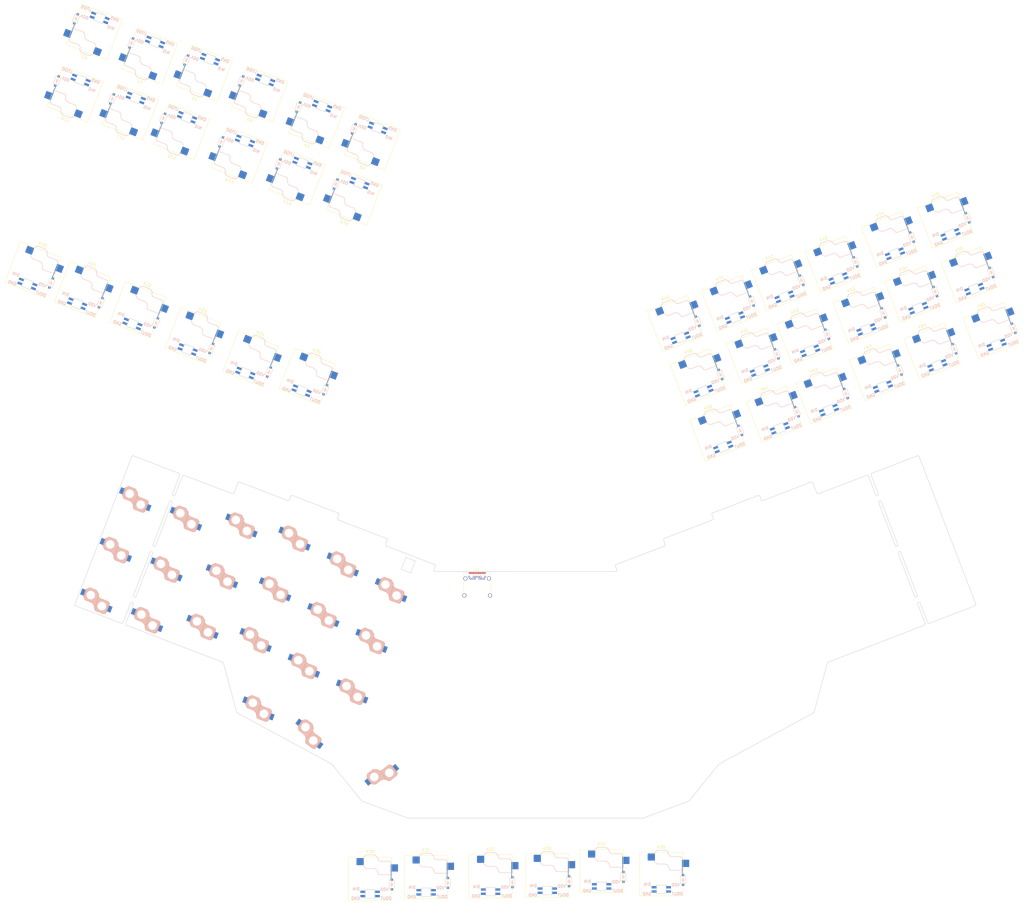
<source format=kicad_pcb>
(kicad_pcb (version 20211014) (generator pcbnew)
  (title_block (title "Corne Chocolate") (date "2018-11-17") (rev "2.1") (company "foostan"))
  (layers (0 "F.Cu" signal) (31 "B.Cu" signal) (34 "B.Paste" user) (35 "F.Paste" user) (36 "B.SilkS" user "B.Silkscreen") (37 "F.SilkS" user "F.Silkscreen") (38 "B.Mask" user) (39 "F.Mask" user) (44 "Edge.Cuts" user))
  (net 0 "")
  (net 1 "row0")
  (net 2 "Net-(D1-Pad2)")
  (net 3 "row1")
  (net 4 "Net-(D2-Pad2)")
  (net 5 "row2")
  (net 6 "Net-(D3-Pad2)")
  (net 7 "row3")
  (net 8 "Net-(D4-Pad2)")
  (net 9 "Net-(D5-Pad2)")
  (net 10 "Net-(D6-Pad2)")
  (net 11 "Net-(D7-Pad2)")
  (net 12 "Net-(D8-Pad2)")
  (net 13 "Net-(D9-Pad2)")
  (net 14 "Net-(D10-Pad2)")
  (net 15 "Net-(D11-Pad2)")
  (net 16 "Net-(D12-Pad2)")
  (net 17 "Net-(D13-Pad2)")
  (net 18 "Net-(D14-Pad2)")
  (net 19 "Net-(D15-Pad2)")
  (net 20 "Net-(D16-Pad2)")
  (net 21 "Net-(D17-Pad2)")
  (net 22 "Net-(D18-Pad2)")
  (net 23 "Net-(D19-Pad2)")
  (net 24 "Net-(D20-Pad2)")
  (net 25 "Net-(D21-Pad2)")
  (net 26 "GND")
  (net 27 "VCC")
  (net 28 "col0")
  (net 29 "col1")
  (net 30 "col2")
  (net 31 "col3")
  (net 32 "col4")
  (net 33 "col5")
  (net 34 "LED")
  (net 35 "Net-(J1-PadA1)")
  (net 39 "Net-(J1-PadA6)")
  (net 40 "Net-(J1-PadA7)")
  (net 50 "Net-(K0-Pad5)")
  (net 51 "Net-(K1-Pad5)")
  (net 52 "Net-(K2-Pad5)")
  (net 53 "Net-(K3-Pad5)")
  (net 54 "row4")
  (net 55 "Net-(K4-Pad5)")
  (net 56 "row5")
  (net 57 "Net-(K15-Pad2)")
  (net 58 "Net-(K10-Pad2)")
  (net 59 "Net-(K10-Pad5)")
  (net 60 "Net-(K11-Pad2)")
  (net 61 "Net-(K12-Pad2)")
  (net 62 "Net-(K13-Pad2)")
  (net 63 "Net-(K14-Pad2)")
  (net 64 "Net-(K20-Pad5)")
  (net 65 "Net-(K21-Pad5)")
  (net 66 "Net-(K22-Pad5)")
  (net 67 "Net-(K23-Pad5)")
  (net 68 "Net-(K24-Pad5)")
  (net 69 "Net-(K25-Pad5)")
  (net 70 "Net-(K30-Pad2)")
  (net 71 "Net-(K30-Pad5)")
  (net 72 "Net-(K31-Pad2)")
  (net 73 "Net-(K32-Pad2)")
  (net 74 "Net-(K33-Pad2)")
  (net 75 "Net-(K34-Pad2)")
  (net 76 "Net-(K40-Pad5)")
  (net 77 "Net-(K41-Pad5)")
  (net 78 "Net-(K42-Pad5)")
  (net 79 "Net-(K43-Pad5)")
  (net 80 "Net-(K44-Pad5)")
  (net 81 "Net-(K45-Pad5)")
  (net 82 "Net-(K50-Pad2)")
  (net 83 "Net-(K50-Pad5)")
  (net 84 "Net-(K51-Pad2)")
  (net 85 "Net-(K52-Pad2)")
  (net 86 "Net-(K53-Pad2)")
  (net 87 "Net-(K54-Pad2)")
  (net 88 "col6")
  (net 89 "Net-(K60-Pad5)")
  (net 90 "Net-(K61-Pad5)")
  (net 91 "Net-(K62-Pad5)")
  (net 92 "Net-(K63-Pad5)")
  (net 93 "Net-(K64-Pad5)")
  (footprint "Switch_Keyboard_Hotswap_Kailh:Choc_Hotswap" (layer "F.Cu") (at 68.692286 73.885729 159)
    (fp_text reference "SW1" hide)
    (fp_text value "SW_PUSH" hide)
  )
  (footprint "Switch_Keyboard_Hotswap_Kailh:Choc_Hotswap" (layer "F.Cu") (at 86.430315 80.69472 159)
    (fp_text reference "SW2" hide)
    (fp_text value "SW_PUSH" hide)
  )
  (footprint "Switch_Keyboard_Hotswap_Kailh:Choc_Hotswap" (layer "F.Cu") (at 105.870591 83.069205 159)
    (fp_text reference "SW3" hide)
    (fp_text value "SW_PUSH" hide)
  )
  (footprint "Switch_Keyboard_Hotswap_Kailh:Choc_Hotswap" (layer "F.Cu") (at 124.459745 87.660942 159)
    (fp_text reference "SW4" hide)
    (fp_text value "SW_PUSH" hide)
  )
  (footprint "Switch_Keyboard_Hotswap_Kailh:Choc_Hotswap" (layer "F.Cu") (at 141.346646 96.687185 159)
    (fp_text reference "SW5" hide)
    (fp_text value "SW_PUSH" hide)
  )
  (footprint "kbd:Choc_Hotswap" (layer "F.Cu") (at 158.25 105.68 159)
    (fp_text reference "SW6" hide)
    (fp_text value "SW_PUSH" hide)
  )
  (footprint "Switch_Keyboard_Hotswap_Kailh:Choc_Hotswap" (layer "F.Cu") (at 61.883296 91.623754 159)
    (fp_text reference "SW7" hide)
    (fp_text value "SW_PUSH" hide)
  )
  (footprint "Switch_Keyboard_Hotswap_Kailh:Choc_Hotswap" (layer "F.Cu") (at 79.621321 98.432751 159)
    (fp_text reference "SW8" hide)
    (fp_text value "SW_PUSH" hide)
  )
  (footprint "Switch_Keyboard_Hotswap_Kailh:Choc_Hotswap" (layer "F.Cu") (at 99.061599 100.807233 159)
    (fp_text reference "SW9" hide)
    (fp_text value "SW_PUSH" hide)
  )
  (footprint "Switch_Keyboard_Hotswap_Kailh:Choc_Hotswap" (layer "F.Cu") (at 117.650752 105.39897 159)
    (fp_text reference "SW10" hide)
    (fp_text value "SW_PUSH" hide)
  )
  (footprint "Switch_Keyboard_Hotswap_Kailh:Choc_Hotswap" (layer "F.Cu") (at 134.537659 114.425215 159)
    (fp_text reference "SW11" hide)
    (fp_text value "SW_PUSH" hide)
  )
  (footprint "Switch_Keyboard_Hotswap_Kailh:Choc_Hotswap" (layer "F.Cu") (at 151.424558 123.45146 159)
    (fp_text reference "SW12" hide)
    (fp_text value "SW_PUSH" hide)
  )
  (footprint "Switch_Keyboard_Hotswap_Kailh:Choc_Hotswap" (layer "F.Cu") (at 55.074305 109.361785 159)
    (fp_text reference "SW13" hide)
    (fp_text value "SW_PUSH" hide)
  )
  (footprint "Switch_Keyboard_Hotswap_Kailh:Choc_Hotswap" (layer "F.Cu") (at 72.81233 116.170778 159)
    (fp_text reference "SW14" hide)
    (fp_text value "SW_PUSH" hide)
  )
  (footprint "Switch_Keyboard_Hotswap_Kailh:Choc_Hotswap" (layer "F.Cu") (at 92.25261 118.545259 159)
    (fp_text reference "SW15" hide)
    (fp_text value "SW_PUSH" hide)
  )
  (footprint "Switch_Keyboard_Hotswap_Kailh:Choc_Hotswap" (layer "F.Cu") (at 110.841759 123.136997 159)
    (fp_text reference "SW16" hide)
    (fp_text value "SW_PUSH" hide)
  )
  (footprint "Switch_Keyboard_Hotswap_Kailh:Choc_Hotswap" (layer "F.Cu") (at 127.728664 132.163243 159)
    (fp_text reference "SW17" hide)
    (fp_text value "SW_PUSH" hide)
  )
  (footprint "Switch_Keyboard_Hotswap_Kailh:Choc_Hotswap" (layer "F.Cu") (at 144.61557 141.189486 159)
    (fp_text reference "SW18" hide)
    (fp_text value "SW_PUSH" hide)
  )
  (footprint "Switch_Keyboard_Hotswap_Kailh:Choc_Hotswap" (layer "F.Cu") (at 111.826678 147.080263 159)
    (fp_text reference "SW19" hide)
    (fp_text value "SW_PUSH" hide)
  )
  (footprint "Switch_Keyboard_Hotswap_Kailh:Choc_Hotswap" (layer "F.Cu") (at 130.446353 157.173334 144)
    (fp_text reference "SW20" hide)
    (fp_text value "SW_PUSH" hide)
  )
  (footprint "Switch_Keyboard_Hotswap_Kailh:Choc_Hotswap" (layer "F.Cu") (at 149.874641 168.647948 -141)
    (fp_text reference "SW21" hide)
    (fp_text value "SW_PUSH" hide)
  )
  (footprint "nashlib:key_diode_led" (layer "F.Cu") (at 343.541522 25.620718 21)
    (fp_text reference "K64")
    (fp_text value "key-diode-led" hide)
    (fp_line (start 1.699304 3.848746) (end 1.699304 6.828739) (layer "Edge.Cuts") (width 0.15))
    (fp_line (start -1.7 3.848746) (end 1.7 3.848746) (layer "Edge.Cuts") (width 0.15))
    (fp_line (start -1.700696 6.828739) (end 1.699304 6.828739) (layer "Edge.Cuts") (width 0.15))
    (fp_line (start -1.700696 3.848746) (end -1.700696 6.828739) (layer "Edge.Cuts") (width 0.15))
  )
  (footprint "nashlib:key_diode_led" (layer "F.Cu") (at 298.98183 20.531273 21)
    (fp_text reference "K52")
    (fp_text value "key-diode-led" hide)
    (fp_line (start -1.700696 6.828739) (end 1.699304 6.828739) (layer "Edge.Cuts") (width 0.15))
    (fp_line (start -1.700696 3.848746) (end -1.700696 6.828739) (layer "Edge.Cuts") (width 0.15))
    (fp_line (start -1.7 3.848746) (end 1.7 3.848746) (layer "Edge.Cuts") (width 0.15))
    (fp_line (start 1.699304 3.848746) (end 1.699304 6.828739) (layer "Edge.Cuts") (width 0.15))
  )
  (footprint "nashlib:key_diode_led" (layer "F.Cu") (at 272.652585 8.893879 21)
    (fp_text reference "K41")
    (fp_text value "key-diode-led" hide)
    (fp_line (start -1.700696 3.848746) (end -1.700696 6.828739) (layer "Edge.Cuts") (width 0.15))
    (fp_line (start -1.700696 6.828739) (end 1.699304 6.828739) (layer "Edge.Cuts") (width 0.15))
    (fp_line (start -1.7 3.848746) (end 1.7 3.848746) (layer "Edge.Cuts") (width 0.15))
    (fp_line (start 1.699304 3.848746) (end 1.699304 6.828739) (layer "Edge.Cuts") (width 0.15))
  )
  (footprint "nashlib:key_diode_led" (layer "F.Cu") (at 227.90232 207.630342)
    (fp_text reference "K34")
    (fp_text value "key-diode-led" hide)
    (fp_line (start -1.7 3.848746) (end 1.7 3.848746) (layer "Edge.Cuts") (width 0.15))
    (fp_line (start -1.700696 6.828739) (end 1.699304 6.828739) (layer "Edge.Cuts") (width 0.15))
    (fp_line (start -1.700696 3.848746) (end -1.700696 6.828739) (layer "Edge.Cuts") (width 0.15))
    (fp_line (start 1.699304 3.848746) (end 1.699304 6.828739) (layer "Edge.Cuts") (width 0.15))
  )
  (footprint "nashlib:key_diode_led" (layer "F.Cu") (at 69.661763 -77.578519 159)
    (fp_text reference "K1")
    (fp_text value "key-diode-led" hide)
    (fp_line (start -1.7 3.848746) (end 1.7 3.848746) (layer "Edge.Cuts") (width 0.15))
    (fp_line (start 1.699304 3.848746) (end 1.699304 6.828739) (layer "Edge.Cuts") (width 0.15))
    (fp_line (start -1.700696 3.848746) (end -1.700696 6.828739) (layer "Edge.Cuts") (width 0.15))
    (fp_line (start -1.700696 6.828739) (end 1.699304 6.828739) (layer "Edge.Cuts") (width 0.15))
  )
  (footprint "nashlib:key_diode_led" (layer "F.Cu") (at 43.613595 -64.301492 159)
    (fp_text reference "K10")
    (fp_text value "key-diode-led" hide)
    (fp_line (start -1.700696 6.828739) (end 1.699304 6.828739) (layer "Edge.Cuts") (width 0.15))
    (fp_line (start 1.699304 3.848746) (end 1.699304 6.828739) (layer "Edge.Cuts") (width 0.15))
    (fp_line (start -1.700696 3.848746) (end -1.700696 6.828739) (layer "Edge.Cuts") (width 0.15))
    (fp_line (start -1.7 3.848746) (end 1.7 3.848746) (layer "Edge.Cuts") (width 0.15))
  )
  (footprint "nashlib:key_diode_led" (layer "F.Cu") (at 84.910472 20.07148 -21)
    (fp_text reference "K23")
    (fp_text value "key-diode-led" hide)
    (fp_line (start -1.700696 6.828739) (end 1.699304 6.828739) (layer "Edge.Cuts") (width 0.15))
    (fp_line (start -1.7 3.848746) (end 1.7 3.848746) (layer "Edge.Cuts") (width 0.15))
    (fp_line (start -1.700696 3.848746) (end -1.700696 6.828739) (layer "Edge.Cuts") (width 0.15))
    (fp_line (start 1.699304 3.848746) (end 1.699304 6.828739) (layer "Edge.Cuts") (width 0.15))
  )
  (footprint "nashlib:key_diode_led" (layer "F.Cu") (at 166.47616 209.710171)
    (fp_text reference "K31")
    (fp_text value "key-diode-led" hide)
    (fp_line (start 1.699304 3.848746) (end 1.699304 6.828739) (layer "Edge.Cuts") (width 0.15))
    (fp_line (start -1.7 3.848746) (end 1.7 3.848746) (layer "Edge.Cuts") (width 0.15))
    (fp_line (start -1.700696 3.848746) (end -1.700696 6.828739) (layer "Edge.Cuts") (width 0.15))
    (fp_line (start -1.700696 6.828739) (end 1.699304 6.828739) (layer "Edge.Cuts") (width 0.15))
  )
  (footprint "nashlib:key_diode_led" (layer "F.Cu") (at 318.686851 13.053096 21)
    (fp_text reference "K53")
    (fp_text value "key-diode-led" hide)
    (fp_line (start -1.700696 6.828739) (end 1.699304 6.828739) (layer "Edge.Cuts") (width 0.15))
    (fp_line (start -1.700696 3.848746) (end -1.700696 6.828739) (layer "Edge.Cuts") (width 0.15))
    (fp_line (start -1.7 3.848746) (end 1.7 3.848746) (layer "Edge.Cuts") (width 0.15))
    (fp_line (start 1.699304 3.848746) (end 1.699304 6.828739) (layer "Edge.Cuts") (width 0.15))
  )
  (footprint "nashlib:key_diode_led" (layer "F.Cu") (at 108.210463 -64.291373 159)
    (fp_text reference "K3")
    (fp_text value "key-diode-led" hide)
    (fp_line (start -1.700696 6.828739) (end 1.699304 6.828739) (layer "Edge.Cuts") (width 0.15))
    (fp_line (start -1.700696 3.848746) (end -1.700696 6.828739) (layer "Edge.Cuts") (width 0.15))
    (fp_line (start -1.7 3.848746) (end 1.7 3.848746) (layer "Edge.Cuts") (width 0.15))
    (fp_line (start 1.699304 3.848746) (end 1.699304 6.828739) (layer "Edge.Cuts") (width 0.15))
  )
  (footprint "nashlib:key_diode_led" (layer "F.Cu") (at 336.852898 5.597791 21)
    (fp_text reference "K54")
    (fp_text value "key-diode-led" hide)
    (fp_line (start -1.7 3.848746) (end 1.7 3.848746) (layer "Edge.Cuts") (width 0.15))
    (fp_line (start -1.700696 3.848746) (end -1.700696 6.828739) (layer "Edge.Cuts") (width 0.15))
    (fp_line (start 1.699304 3.848746) (end 1.699304 6.828739) (layer "Edge.Cuts") (width 0.15))
    (fp_line (start -1.700696 6.828739) (end 1.699304 6.828739) (layer "Edge.Cuts") (width 0.15))
  )
  (footprint "nashlib:key_diode_led" (layer "F.Cu") (at 308.929921 -4.785322 21)
    (fp_text reference "K43")
    (fp_text value "key-diode-led" hide)
    (fp_line (start -1.700696 6.828739) (end 1.699304 6.828739) (layer "Edge.Cuts") (width 0.15))
    (fp_line (start 1.699304 3.848746) (end 1.699304 6.828739) (layer "Edge.Cuts") (width 0.15))
    (fp_line (start -1.700696 3.848746) (end -1.700696 6.828739) (layer "Edge.Cuts") (width 0.15))
    (fp_line (start -1.7 3.848746) (end 1.7 3.848746) (layer "Edge.Cuts") (width 0.15))
  )
  (footprint "nashlib:key_diode_led" (layer "F.Cu") (at 62.925063 -57.991793 159)
    (fp_text reference "K11")
    (fp_text value "key-diode-led" hide)
    (fp_line (start -1.7 3.848746) (end 1.7 3.848746) (layer "Edge.Cuts") (width 0.15))
    (fp_line (start -1.700696 3.848746) (end -1.700696 6.828739) (layer "Edge.Cuts") (width 0.15))
    (fp_line (start -1.700696 6.828739) (end 1.699304 6.828739) (layer "Edge.Cuts") (width 0.15))
    (fp_line (start 1.699304 3.848746) (end 1.699304 6.828739) (layer "Edge.Cuts") (width 0.15))
  )
  (footprint "nashlib:key_diode_led" (layer "F.Cu") (at 46.19341 4.04184 -21)
    (fp_text reference "K21")
    (fp_text value "key-diode-led" hide)
    (fp_line (start -1.7 3.848746) (end 1.7 3.848746) (layer "Edge.Cuts") (width 0.15))
    (fp_line (start 1.699304 3.848746) (end 1.699304 6.828739) (layer "Edge.Cuts") (width 0.15))
    (fp_line (start -1.700696 6.828739) (end 1.699304 6.828739) (layer "Edge.Cuts") (width 0.15))
    (fp_line (start -1.700696 3.848746) (end -1.700696 6.828739) (layer "Edge.Cuts") (width 0.15))
  )
  (footprint "Connector_USB:USB_C_Receptacle_Amphenol_12401548E4-2A_CircularHoles" (layer "F.Cu") (at 184.34 108.32)
    (fp_text reference "J1")
    (fp_text value "USB_C_Receptacle")
  )
  (footprint "nashlib:key_diode_led" (layer "F.Cu") (at 28.817879 -2.874363 -21)
    (fp_text reference "K20")
    (fp_text value "key-diode-led" hide)
    (fp_line (start -1.7 3.848746) (end 1.7 3.848746) (layer "Edge.Cuts") (width 0.15))
    (fp_line (start -1.700696 6.828739) (end 1.699304 6.828739) (layer "Edge.Cuts") (width 0.15))
    (fp_line (start -1.700696 3.848746) (end -1.700696 6.828739) (layer "Edge.Cuts") (width 0.15))
    (fp_line (start 1.699304 3.848746) (end 1.699304 6.828739) (layer "Edge.Cuts") (width 0.15))
  )
  (footprint "nashlib:key_diode_led" (layer "F.Cu") (at 141.226375 -28.20234 159)
    (fp_text reference "K15")
    (fp_text value "key-diode-led" hide)
    (fp_line (start 1.699304 3.848746) (end 1.699304 6.828739) (layer "Edge.Cuts") (width 0.15))
    (fp_line (start -1.7 3.848746) (end 1.7 3.848746) (layer "Edge.Cuts") (width 0.15))
    (fp_line (start -1.700696 6.828739) (end 1.699304 6.828739) (layer "Edge.Cuts") (width 0.15))
    (fp_line (start -1.700696 3.848746) (end -1.700696 6.828739) (layer "Edge.Cuts") (width 0.15))
  )
  (footprint "nashlib:key_diode_led" (layer "F.Cu") (at 101.123107 -42.954035 159)
    (fp_text reference "K13")
    (fp_text value "key-diode-led" hide)
    (fp_line (start -1.7 3.848746) (end 1.7 3.848746) (layer "Edge.Cuts") (width 0.15))
    (fp_line (start 1.699304 3.848746) (end 1.699304 6.828739) (layer "Edge.Cuts") (width 0.15))
    (fp_line (start -1.700696 3.848746) (end -1.700696 6.828739) (layer "Edge.Cuts") (width 0.15))
    (fp_line (start -1.700696 6.828739) (end 1.699304 6.828739) (layer "Edge.Cuts") (width 0.15))
  )
  (footprint "nashlib:key_diode_led" (layer "F.Cu") (at 147.578418 -47.540395 159)
    (fp_text reference "K5")
    (fp_text value "key-diode-led" hide)
    (fp_line (start -1.700696 6.828739) (end 1.699304 6.828739) (layer "Edge.Cuts") (width 0.15))
    (fp_line (start -1.7 3.848746) (end 1.7 3.848746) (layer "Edge.Cuts") (width 0.15))
    (fp_line (start -1.700696 3.848746) (end -1.700696 6.828739) (layer "Edge.Cuts") (width 0.15))
    (fp_line (start 1.699304 3.848746) (end 1.699304 6.828739) (layer "Edge.Cuts") (width 0.15))
  )
  (footprint "nashlib:key_diode_led" (layer "F.Cu") (at 80.851882 -51.22816 159)
    (fp_text reference "K12")
    (fp_text value "key-diode-led" hide)
    (fp_line (start -1.7 3.848746) (end 1.7 3.848746) (layer "Edge.Cuts") (width 0.15))
    (fp_line (start -1.700696 3.848746) (end -1.700696 6.828739) (layer "Edge.Cuts") (width 0.15))
    (fp_line (start 1.699304 3.848746) (end 1.699304 6.828739) (layer "Edge.Cuts") (width 0.15))
    (fp_line (start -1.700696 6.828739) (end 1.699304 6.828739) (layer "Edge.Cuts") (width 0.15))
  )
  (footprint "nashlib:key_diode_led" (layer "F.Cu") (at 281.35791 27.414289 21)
    (fp_text reference "K51")
    (fp_text value "key-diode-led" hide)
    (fp_line (start -1.7 3.848746) (end 1.7 3.848746) (layer "Edge.Cuts") (width 0.15))
    (fp_line (start -1.700696 6.828739) (end 1.699304 6.828739) (layer "Edge.Cuts") (width 0.15))
    (fp_line (start 1.699304 3.848746) (end 1.699304 6.828739) (layer "Edge.Cuts") (width 0.15))
    (fp_line (start -1.700696 3.848746) (end -1.700696 6.828739) (layer "Edge.Cuts") (width 0.15))
  )
  (footprint "nashlib:key_diode_led" (layer "F.Cu") (at 364.254234 18.430183 21)
    (fp_text reference "K65")
    (fp_text value "key-diode-led" hide)
    (fp_line (start -1.700696 6.828739) (end 1.699304 6.828739) (layer "Edge.Cuts") (width 0.15))
    (fp_line (start 1.699304 3.848746) (end 1.699304 6.828739) (layer "Edge.Cuts") (width 0.15))
    (fp_line (start -1.700696 3.848746) (end -1.700696 6.828739) (layer "Edge.Cuts") (width 0.15))
    (fp_line (start -1.7 3.848746) (end 1.7 3.848746) (layer "Edge.Cuts") (width 0.15))
  )
  (footprint "nashlib:key_diode_led" (layer "F.Cu") (at 189.04616 209.480171)
    (fp_text reference "K32")
    (fp_text value "key-diode-led" hide)
    (fp_line (start 1.699304 3.848746) (end 1.699304 6.828739) (layer "Edge.Cuts") (width 0.15))
    (fp_line (start -1.700696 3.848746) (end -1.700696 6.828739) (layer "Edge.Cuts") (width 0.15))
    (fp_line (start -1.700696 6.828739) (end 1.699304 6.828739) (layer "Edge.Cuts") (width 0.15))
    (fp_line (start -1.7 3.848746) (end 1.7 3.848746) (layer "Edge.Cuts") (width 0.15))
  )
  (footprint "nashlib:key_diode_led" (layer "F.Cu") (at 65.575019 11.117556 -21)
    (fp_text reference "K22")
    (fp_text value "key-diode-led" hide)
    (fp_line (start -1.700696 3.848746) (end -1.700696 6.828739) (layer "Edge.Cuts") (width 0.15))
    (fp_line (start -1.7 3.848746) (end 1.7 3.848746) (layer "Edge.Cuts") (width 0.15))
    (fp_line (start -1.700696 6.828739) (end 1.699304 6.828739) (layer "Edge.Cuts") (width 0.15))
    (fp_line (start 1.699304 3.848746) (end 1.699304 6.828739) (layer "Edge.Cuts") (width 0.15))
  )
  (footprint "nashlib:key_diode_led" (layer "F.Cu") (at 105.079003 28.306181 -21)
    (fp_text reference "K24")
    (fp_text value "key-diode-led" hide)
    (fp_line (start -1.700696 6.828739) (end 1.699304 6.828739) (layer "Edge.Cuts") (width 0.15))
    (fp_line (start 1.699304 3.848746) (end 1.699304 6.828739) (layer "Edge.Cuts") (width 0.15))
    (fp_line (start -1.7 3.848746) (end 1.7 3.848746) (layer "Edge.Cuts") (width 0.15))
    (fp_line (start -1.700696 3.848746) (end -1.700696 6.828739) (layer "Edge.Cuts") (width 0.15))
  )
  (footprint "nashlib:key_diode_led" (layer "F.Cu") (at 348.139592 -20.221936 21)
    (fp_text reference "K45")
    (fp_text value "key-diode-led" hide)
    (fp_line (start -1.700696 6.828739) (end 1.699304 6.828739) (layer "Edge.Cuts") (width 0.15))
    (fp_line (start -1.700696 3.848746) (end -1.700696 6.828739) (layer "Edge.Cuts") (width 0.15))
    (fp_line (start 1.699304 3.848746) (end 1.699304 6.828739) (layer "Edge.Cuts") (width 0.15))
    (fp_line (start -1.7 3.848746) (end 1.7 3.848746) (layer "Edge.Cuts") (width 0.15))
  )
  (footprint "nashlib:key_diode_led" (layer "F.Cu") (at 268.55354 54.191494 21)
    (fp_text reference "K60")
    (fp_text value "key-diode-led" hide)
    (fp_line (start -1.700696 3.848746) (end -1.700696 6.828739) (layer "Edge.Cuts") (width 0.15))
    (fp_line (start -1.700696 6.828739) (end 1.699304 6.828739) (layer "Edge.Cuts") (width 0.15))
    (fp_line (start 1.699304 3.848746) (end 1.699304 6.828739) (layer "Edge.Cuts") (width 0.15))
    (fp_line (start -1.7 3.848746) (end 1.7 3.848746) (layer "Edge.Cuts") (width 0.15))
  )
  (footprint "nashlib:key_diode_led" (layer "F.Cu") (at 328.67946 -13.469739 21)
    (fp_text reference "K44")
    (fp_text value "key-diode-led" hide)
    (fp_line (start -1.700696 6.828739) (end 1.699304 6.828739) (layer "Edge.Cuts") (width 0.15))
    (fp_line (start -1.7 3.848746) (end 1.7 3.848746) (layer "Edge.Cuts") (width 0.15))
    (fp_line (start -1.700696 3.848746) (end -1.700696 6.828739) (layer "Edge.Cuts") (width 0.15))
    (fp_line (start 1.699304 3.848746) (end 1.699304 6.828739) (layer "Edge.Cuts") (width 0.15))
  )
  (footprint "nashlib:key_diode_led" (layer "F.Cu") (at 50.284243 -86.049523 159)
    (fp_text reference "K0")
    (fp_text value "key-diode-led" hide)
    (fp_line (start 1.699304 3.848746) (end 1.699304 6.828739) (layer "Edge.Cuts") (width 0.15))
    (fp_line (start -1.700696 3.848746) (end -1.700696 6.828739) (layer "Edge.Cuts") (width 0.15))
    (fp_line (start -1.7 3.848746) (end 1.7 3.848746) (layer "Edge.Cuts") (width 0.15))
    (fp_line (start -1.700696 6.828739) (end 1.699304 6.828739) (layer "Edge.Cuts") (width 0.15))
  )
  (footprint "nashlib:key_diode_led" (layer "F.Cu") (at 248.79616 208.680171)
    (fp_text reference "K35")
    (fp_text value "key-diode-led" hide)
    (fp_line (start -1.700696 3.848746) (end -1.700696 6.828739) (layer "Edge.Cuts") (width 0.15))
    (fp_line (start -1.7 3.848746) (end 1.7 3.848746) (layer "Edge.Cuts") (width 0.15))
    (fp_line (start -1.700696 6.828739) (end 1.699304 6.828739) (layer "Edge.Cuts") (width 0.15))
    (fp_line (start 1.699304 3.848746) (end 1.699304 6.828739) (layer "Edge.Cuts") (width 0.15))
  )
  (footprint "nashlib:key_diode_led" (layer "F.Cu") (at 88.901945 -71.585393 159)
    (fp_text reference "K2")
    (fp_text value "key-diode-led" hide)
    (fp_line (start -1.7 3.848746) (end 1.7 3.848746) (layer "Edge.Cuts") (width 0.15))
    (fp_line (start -1.700696 3.848746) (end -1.700696 6.828739) (layer "Edge.Cuts") (width 0.15))
    (fp_line (start -1.700696 6.828739) (end 1.699304 6.828739) (layer "Edge.Cuts") (width 0.15))
    (fp_line (start 1.699304 3.848746) (end 1.699304 6.828739) (layer "Edge.Cuts") (width 0.15))
  )
  (footprint "nashlib:key_diode_led" (layer "F.Cu") (at 128.141242 -55.130349 159)
    (fp_text reference "K4")
    (fp_text value "key-diode-led" hide)
    (fp_line (start -1.700696 3.848746) (end -1.700696 6.828739) (layer "Edge.Cuts") (width 0.15))
    (fp_line (start -1.700696 6.828739) (end 1.699304 6.828739) (layer "Edge.Cuts") (width 0.15))
    (fp_line (start -1.7 3.848746) (end 1.7 3.848746) (layer "Edge.Cuts") (width 0.15))
    (fp_line (start 1.699304 3.848746) (end 1.699304 6.828739) (layer "Edge.Cuts") (width 0.15))
  )
  (footprint "nashlib:key_diode_led" (layer "F.Cu") (at 146.86616 210.280171)
    (fp_text reference "K30")
    (fp_text value "key-diode-led" hide)
    (fp_line (start -1.700696 3.848746) (end -1.700696 6.828739) (layer "Edge.Cuts") (width 0.15))
    (fp_line (start -1.7 3.848746) (end 1.7 3.848746) (layer "Edge.Cuts") (width 0.15))
    (fp_line (start -1.700696 6.828739) (end 1.699304 6.828739) (layer "Edge.Cuts") (width 0.15))
    (fp_line (start 1.699304 3.848746) (end 1.699304 6.828739) (layer "Edge.Cuts") (width 0.15))
  )
  (footprint "nashlib:key_diode_led" (layer "F.Cu") (at 121.241769 -35.231208 159)
    (fp_text reference "K14")
    (fp_text value "key-diode-led" hide)
    (fp_line (start 1.699304 3.848746) (end 1.699304 6.828739) (layer "Edge.Cuts") (width 0.15))
    (fp_line (start -1.7 3.848746) (end 1.7 3.848746) (layer "Edge.Cuts") (width 0.15))
    (fp_line (start -1.700696 3.848746) (end -1.700696 6.828739) (layer "Edge.Cuts") (width 0.15))
    (fp_line (start -1.700696 6.828739) (end 1.699304 6.828739) (layer "Edge.Cuts") (width 0.15))
  )
  (footprint "nashlib:key_diode_led" (layer "F.Cu") (at 208.88616 209.140171)
    (fp_text reference "K33")
    (fp_text value "key-diode-led" hide)
    (fp_line (start -1.7 3.848746) (end 1.7 3.848746) (layer "Edge.Cuts") (width 0.15))
    (fp_line (start -1.700696 6.828739) (end 1.699304 6.828739) (layer "Edge.Cuts") (width 0.15))
    (fp_line (start -1.700696 3.848746) (end -1.700696 6.828739) (layer "Edge.Cuts") (width 0.15))
    (fp_line (start 1.699304 3.848746) (end 1.699304 6.828739) (layer "Edge.Cuts") (width 0.15))
  )
  (footprint "nashlib:key_diode_led" (layer "F.Cu") (at 305.583581 41.283975 21)
    (fp_text reference "K62")
    (fp_text value "key-diode-led" hide)
    (fp_line (start 1.699304 3.848746) (end 1.699304 6.828739) (layer "Edge.Cuts") (width 0.15))
    (fp_line (start -1.700696 6.828739) (end 1.699304 6.828739) (layer "Edge.Cuts") (width 0.15))
    (fp_line (start -1.700696 3.848746) (end -1.700696 6.828739) (layer "Edge.Cuts") (width 0.15))
    (fp_line (start -1.7 3.848746) (end 1.7 3.848746) (layer "Edge.Cuts") (width 0.15))
  )
  (footprint "nashlib:key_diode_led" (layer "F.Cu") (at 261.649548 34.615431 21)
    (fp_text reference "K50")
    (fp_text value "key-diode-led" hide)
    (fp_line (start -1.700696 6.828739) (end 1.699304 6.828739) (layer "Edge.Cuts") (width 0.15))
    (fp_line (start -1.7 3.848746) (end 1.7 3.848746) (layer "Edge.Cuts") (width 0.15))
    (fp_line (start 1.699304 3.848746) (end 1.699304 6.828739) (layer "Edge.Cuts") (width 0.15))
    (fp_line (start -1.700696 3.848746) (end -1.700696 6.828739) (layer "Edge.Cuts") (width 0.15))
  )
  (footprint "nashlib:key_diode_led" (layer "F.Cu") (at 253.631396 15.959777 21)
    (fp_text reference "K40")
    (fp_text value "key-diode-led" hide)
    (fp_line (start -1.7 3.848746) (end 1.7 3.848746) (layer "Edge.Cuts") (width 0.15))
    (fp_line (start 1.699304 3.848746) (end 1.699304 6.828739) (layer "Edge.Cuts") (width 0.15))
    (fp_line (start -1.700696 6.828739) (end 1.699304 6.828739) (layer "Edge.Cuts") (width 0.15))
    (fp_line (start -1.700696 3.848746) (end -1.700696 6.828739) (layer "Edge.Cuts") (width 0.15))
  )
  (footprint "nashlib:key_diode_led" (layer "F.Cu") (at 290.018299 1.617253 21)
    (fp_text reference "K42")
    (fp_text value "key-diode-led" hide)
    (fp_line (start 1.699304 3.848746) (end 1.699304 6.828739) (layer "Edge.Cuts") (width 0.15))
    (fp_line (start -1.7 3.848746) (end 1.7 3.848746) (layer "Edge.Cuts") (width 0.15))
    (fp_line (start -1.700696 6.828739) (end 1.699304 6.828739) (layer "Edge.Cuts") (width 0.15))
    (fp_line (start -1.700696 3.848746) (end -1.700696 6.828739) (layer "Edge.Cuts") (width 0.15))
  )
  (footprint "nashlib:key_diode_led" (layer "F.Cu") (at 288.373539 47.654637 21)
    (fp_text reference "K61")
    (fp_text value "key-diode-led" hide)
    (fp_line (start 1.699304 3.848746) (end 1.699304 6.828739) (layer "Edge.Cuts") (width 0.15))
    (fp_line (start -1.700696 3.848746) (end -1.700696 6.828739) (layer "Edge.Cuts") (width 0.15))
    (fp_line (start -1.7 3.848746) (end 1.7 3.848746) (layer "Edge.Cuts") (width 0.15))
    (fp_line (start -1.700696 6.828739) (end 1.699304 6.828739) (layer "Edge.Cuts") (width 0.15))
  )
  (footprint "nashlib:key_diode_led" (layer "F.Cu") (at 324.43433 33.073104 21)
    (fp_text reference "K63")
    (fp_text value "key-diode-led" hide)
    (fp_line (start -1.700696 6.828739) (end 1.699304 6.828739) (layer "Edge.Cuts") (width 0.15))
    (fp_line (start 1.699304 3.848746) (end 1.699304 6.828739) (layer "Edge.Cuts") (width 0.15))
    (fp_line (start -1.7 3.848746) (end 1.7 3.848746) (layer "Edge.Cuts") (width 0.15))
    (fp_line (start -1.700696 3.848746) (end -1.700696 6.828739) (layer "Edge.Cuts") (width 0.15))
  )
  (footprint "nashlib:key_diode_led" (layer "F.Cu") (at 124.78808 34.490189 -21)
    (fp_text reference "K25")
    (fp_text value "key-diode-led" hide)
    (fp_line (start -1.700696 3.848746) (end -1.700696 6.828739) (layer "Edge.Cuts") (width 0.15))
    (fp_line (start 1.699304 3.848746) (end 1.699304 6.828739) (layer "Edge.Cuts") (width 0.15))
    (fp_line (start -1.700696 6.828739) (end 1.699304 6.828739) (layer "Edge.Cuts") (width 0.15))
    (fp_line (start -1.7 3.848746) (end 1.7 3.848746) (layer "Edge.Cuts") (width 0.15))
  )
  (footprint "nashlib:key_diode_led" (layer "F.Cu") (at 356.488 -1.093216 21)
    (fp_text reference "K55")
    (fp_text value "key-diode-led" hide)
    (fp_line (start -1.7 3.848746) (end 1.7 3.848746) (layer "Edge.Cuts") (width 0.15))
    (fp_line (start -1.700696 3.848746) (end -1.700696 6.828739) (layer "Edge.Cuts") (width 0.15))
    (fp_line (start 1.699304 3.848746) (end 1.699304 6.828739) (layer "Edge.Cuts") (width 0.15))
    (fp_line (start -1.700696 6.828739) (end 1.699304 6.828739) (layer "Edge.Cuts") (width 0.15))
  )
  (gr_line (start 159.395123 97.814601) (end 157.78247 102.015711) (layer "Edge.Cuts") (width 0.15))
  (gr_line (start 157.78247 102.015711) (end 161.05 103.27) (layer "Edge.Cuts") (width 0.15))
  (gr_line (start 161.05 103.27) (end 162.662658 99.068887) (layer "Edge.Cuts") (width 0.15))
  (gr_line (start 162.662658 99.068887) (end 159.395123 97.814601) (layer "Edge.Cuts") (width 0.15))
  (gr_line (start 95.233675 134.508377) (end 61.62478 121.607133) (layer "Edge.Cuts") (width 0.15))
  (gr_arc (start 301.228422 71.452959) (mid 301.610978 71.462976) (end 301.874398 71.74057) (layer "Edge.Cuts") (width 0.15))
  (gr_arc (start 322.248256 69.007714) (mid 322.258274 68.625163) (end 322.53586 68.361741) (layer "Edge.Cuts") (width 0.15))
  (gr_line (start 342.69406 120.875638) (end 358.564925 114.783387) (layer "Edge.Cuts") (width 0.15))
  (gr_line (start 320.668699 69.078475) (end 303.864252 75.529099) (layer "Edge.Cuts") (width 0.15))
  (gr_line (start 169.699892 100.966871) (end 169.251929 102.133845) (layer "Edge.Cuts") (width 0.15))
  (gr_line (start 135.478122 84.081358) (end 135.926082 82.914382) (layer "Edge.Cuts") (width 0.15))
  (gr_arc (start 152.607836 93.870274) (mid 152.330246 93.606851) (end 152.32023 93.224298) (layer "Edge.Cuts") (width 0.15))
  (gr_arc (start 341.114504 120.9464) (mid 341.104486 121.328952) (end 340.826898 121.592376) (layer "Edge.Cuts") (width 0.15))
  (gr_line (start 133.540409 170.260958) (end 143.924786 183.095826) (layer "Edge.Cuts") (width 0.15))
  (gr_arc (start 95.233675 134.508377) (mid 95.398669 134.61248) (end 95.511262 134.7718) (layer "Edge.Cuts") (width 0.15))
  (gr_arc (start 64.36447 111.679564) (mid 64.086881 111.416142) (end 64.076863 111.03359) (layer "Edge.Cuts") (width 0.15))
  (gr_line (start 78.628426 75.915903) (end 81.137001 69.380841) (layer "Edge.Cuts") (width 0.15))
  (gr_line (start 249.843842 93.855516) (end 233.039393 100.306143) (layer "Edge.Cuts") (width 0.15))
  (gr_line (start 266.685947 84.712575) (end 249.8815 91.163198) (layer "Edge.Cuts") (width 0.15))
  (gr_line (start 331.56582 93.280806) (end 325.831934 78.343522) (layer "Edge.Cuts") (width 0.15))
  (gr_arc (start 118.673675 77.630734) (mid 118.410253 77.908323) (end 118.0277 77.91834) (layer "Edge.Cuts") (width 0.15))
  (gr_arc (start 63.398974 62.571847) (mid 63.662396 62.294258) (end 64.044948 62.284242) (layer "Edge.Cuts") (width 0.15))
  (gr_line (start 63.398974 62.571847) (end 43.599144 114.152164) (layer "Edge.Cuts") (width 0.15))
  (gr_line (start 152.32023 93.224298) (end 152.857781 91.823929) (layer "Edge.Cuts") (width 0.15))
  (gr_line (start 301.228422 71.452959) (end 284.423978 77.903583) (layer "Edge.Cuts") (width 0.15))
  (gr_line (start 321.314675 69.366082) (end 323.823252 75.901146) (layer "Edge.Cuts") (width 0.15))
  (gr_arc (start 100.450528 152.310328) (mid 100.285536 152.206225) (end 100.172942 152.046906) (layer "Edge.Cuts") (width 0.15))
  (gr_line (start 258.526892 183.081068) (end 268.911264 170.2462) (layer "Edge.Cuts") (width 0.15))
  (gr_line (start 71.819437 93.653931) (end 77.553322 78.716642) (layer "Edge.Cuts") (width 0.15))
  (gr_arc (start 76.619741 78.358275) (mid 76.883163 78.080686) (end 77.265716 78.070669) (layer "Edge.Cuts") (width 0.15))
  (gr_arc (start 338.516336 114.177941) (mid 338.526356 113.795392) (end 338.803943 113.53197) (layer "Edge.Cuts") (width 0.15))
  (gr_arc (start 65.010445 111.391959) (mid 64.747022 111.669546) (end 64.36447 111.679564) (layer "Edge.Cuts") (width 0.15))
  (gr_arc (start 266.525596 82.899623) (mid 266.535615 82.517072) (end 266.813202 82.253649) (layer "Edge.Cuts") (width 0.15))
  (gr_line (start 118.0277 77.91834) (end 101.22325 71.467716) (layer "Edge.Cuts") (width 0.15))
  (gr_arc (start 250.131447 93.209543) (mid 250.121429 93.592094) (end 249.843842 93.855516) (layer "Edge.Cuts") (width 0.15))
  (gr_arc (start 135.765728 84.727331) (mid 135.488138 84.46391) (end 135.478122 84.081358) (layer "Edge.Cuts") (width 0.15))
  (gr_arc (start 135.638476 82.268409) (mid 135.916062 82.53183) (end 135.926082 82.914382) (layer "Edge.Cuts") (width 0.15))
  (gr_line (start 283.777999 77.615977) (end 283.330039 76.449003) (layer "Edge.Cuts") (width 0.15))
  (gr_line (start 358.852531 114.137411) (end 339.052702 62.557092) (layer "Edge.Cuts") (width 0.15))
  (gr_arc (start 78.628426 75.915903) (mid 78.365003 76.193492) (end 77.98245 76.203506) (layer "Edge.Cuts") (width 0.15))
  (gr_arc (start 324.898354 78.701887) (mid 324.908372 78.319336) (end 325.18596 78.055916) (layer "Edge.Cuts") (width 0.15))
  (gr_arc (start 325.18596 78.055916) (mid 325.568512 78.065933) (end 325.831934 78.343522) (layer "Edge.Cuts") (width 0.15))
  (gr_arc (start 342.69406 120.875638) (mid 342.311507 120.865621) (end 342.048083 120.588032) (layer "Edge.Cuts") (width 0.15))
  (gr_line (start 340.826898 121.592376) (end 307.218 134.493623) (layer "Edge.Cuts") (width 0.15))
  (gr_arc (start 324.756833 75.542777) (mid 324.746815 75.925331) (end 324.469223 76.188752) (layer "Edge.Cuts") (width 0.15))
  (gr_line (start 63.935342 114.192699) (end 61.337173 120.961157) (layer "Edge.Cuts") (width 0.15))
  (gr_arc (start 132.975903 169.905379) (mid 133.266863 170.069346) (end 133.540409 170.260958) (layer "Edge.Cuts") (width 0.15))
  (gr_line (start 143.92311 183.081071) (end 160.08 189.1) (layer "Edge.Cuts") (width 0.15))
  (gr_arc (start 61.62478 121.607133) (mid 61.34719 121.34371) (end 61.337173 120.961157) (layer "Edge.Cuts") (width 0.15))
  (gr_line (start 100.450528 152.310328) (end 132.975903 169.905379) (layer "Edge.Cuts") (width 0.15))
  (gr_line (start 76.619741 78.358275) (end 70.885856 93.295564) (layer "Edge.Cuts") (width 0.15))
  (gr_arc (start 266.973554 84.066601) (mid 266.963535 84.449152) (end 266.685947 84.712575) (layer "Edge.Cuts") (width 0.15))
  (gr_arc (start 358.852531 114.137411) (mid 358.842512 114.519962) (end 358.564925 114.783387) (layer "Edge.Cuts") (width 0.15))
  (gr_line (start 60.403592 120.602789) (end 63.001759 113.834329) (layer "Edge.Cuts") (width 0.15))
  (gr_arc (start 77.98245 76.203506) (mid 77.704863 75.940085) (end 77.694847 75.557535) (layer "Edge.Cuts") (width 0.15))
  (gr_line (start 339.449917 113.819576) (end 342.048083 120.588032) (layer "Edge.Cuts") (width 0.15))
  (gr_arc (start 303.864252 75.529099) (mid 303.481701 75.519081) (end 303.218278 75.241494) (layer "Edge.Cuts") (width 0.15))
  (gr_arc (start 119.121634 76.463759) (mid 119.385054 76.186169) (end 119.767605 76.17615) (layer "Edge.Cuts") (width 0.15))
  (gr_arc (start 99.233397 75.256249) (mid 98.969976 75.533835) (end 98.587425 75.543856) (layer "Edge.Cuts") (width 0.15))
  (gr_line (start 337.441232 111.3772) (end 331.707343 96.439916) (layer "Edge.Cuts") (width 0.15))
  (gr_line (start 43.88675 114.798142) (end 59.757618 120.890399) (layer "Edge.Cuts") (width 0.15))
  (gr_line (start 282.684068 76.161397) (end 266.813202 82.253649) (layer "Edge.Cuts") (width 0.15))
  (gr_line (start 242.37 189.1) (end 160.08 189.1) (layer "Edge.Cuts") (width 0.15))
  (gr_arc (start 70.456724 95.808698) (mid 70.734313 96.072119) (end 70.744331 96.454671) (layer "Edge.Cuts") (width 0.15))
  (gr_line (start 269.475777 169.890626) (end 302.00115 152.295575) (layer "Edge.Cuts") (width 0.15))
  (gr_line (start 79.915815 68.376498) (end 64.044948 62.284242) (layer "Edge.Cuts") (width 0.15))
  (gr_arc (start 43.88675 114.798142) (mid 43.609158 114.534719) (end 43.599144 114.152164) (layer "Edge.Cuts") (width 0.15))
  (gr_line (start 324.756833 75.542777) (end 322.248256 69.007714) (layer "Edge.Cuts") (width 0.15))
  (gr_line (start 64.076863 111.03359) (end 69.810752 96.096305) (layer "Edge.Cuts") (width 0.15))
  (gr_line (start 303.218278 75.241494) (end 301.874398 71.74057) (layer "Edge.Cuts") (width 0.15))
  (gr_arc (start 100.577278 71.755325) (mid 100.840698 71.477736) (end 101.22325 71.467716) (layer "Edge.Cuts") (width 0.15))
  (gr_arc (start 152.570174 91.177953) (mid 152.847765 91.441375) (end 152.857781 91.823929) (layer "Edge.Cuts") (width 0.15))
  (gr_line (start 169.539537 102.779821) (end 232.912139 102.765064) (layer "Edge.Cuts") (width 0.15))
  (gr_arc (start 81.137001 69.380841) (mid 81.400422 69.103251) (end 81.782975 69.093234) (layer "Edge.Cuts") (width 0.15))
  (gr_arc (start 63.647733 113.546726) (mid 63.925324 113.810147) (end 63.935342 114.192699) (layer "Edge.Cuts") (width 0.15))
  (gr_arc (start 71.173461 93.941536) (mid 70.895875 93.678115) (end 70.885856 93.295564) (layer "Edge.Cuts") (width 0.15))
  (gr_line (start 249.593894 91.809174) (end 250.131447 93.209543) (layer "Edge.Cuts") (width 0.15))
  (gr_arc (start 69.810752 96.096305) (mid 70.074173 95.818716) (end 70.456724 95.808698) (layer "Edge.Cuts") (width 0.15))
  (gr_line (start 119.121634 76.463759) (end 118.673675 77.630734) (layer "Edge.Cuts") (width 0.15))
  (gr_arc (start 79.915815 68.376498) (mid 80.193404 68.639919) (end 80.203419 69.022471) (layer "Edge.Cuts") (width 0.15))
  (gr_arc (start 233.199747 102.119091) (mid 233.189728 102.501643) (end 232.912139 102.765064) (layer "Edge.Cuts") (width 0.15))
  (gr_arc (start 331.278216 93.92678) (mid 330.895662 93.916764) (end 330.63224 93.639173) (layer "Edge.Cuts") (width 0.15))
  (gr_arc (start 60.403592 120.602789) (mid 60.140171 120.880378) (end 59.757618 120.890399) (layer "Edge.Cuts") (width 0.15))
  (gr_arc (start 331.707343 96.439916) (mid 331.717362 96.057365) (end 331.99495 95.793942) (layer "Edge.Cuts") (width 0.15))
  (gr_line (start 80.203419 69.022471) (end 77.694847 75.557535) (layer "Edge.Cuts") (width 0.15))
  (gr_arc (start 71.819437 93.653931) (mid 71.556014 93.931519) (end 71.173461 93.941536) (layer "Edge.Cuts") (width 0.15))
  (gr_line (start 100.577278 71.755325) (end 99.233397 75.256249) (layer "Edge.Cuts") (width 0.15))
  (gr_arc (start 331.99495 95.793942) (mid 332.377499 95.80396) (end 332.640924 96.081544) (layer "Edge.Cuts") (width 0.15))
  (gr_line (start 338.406727 62.269485) (end 322.53586 68.361741) (layer "Edge.Cuts") (width 0.15))
  (gr_arc (start 268.911264 170.2462) (mid 269.184816 170.054594) (end 269.475777 169.890626) (layer "Edge.Cuts") (width 0.15))
  (gr_line (start 98.587425 75.543856) (end 81.782975 69.093234) (layer "Edge.Cuts") (width 0.15))
  (gr_arc (start 338.087208 111.664808) (mid 337.704655 111.654789) (end 337.441232 111.3772) (layer "Edge.Cuts") (width 0.15))
  (gr_line (start 324.898354 78.701887) (end 330.63224 93.639173) (layer "Edge.Cuts") (width 0.15))
  (gr_line (start 266.525596 82.899623) (end 266.973554 84.066601) (layer "Edge.Cuts") (width 0.15))
  (gr_arc (start 232.751783 100.952115) (mid 232.761801 100.569561) (end 233.039393 100.306143) (layer "Edge.Cuts") (width 0.15))
  (gr_line (start 70.744331 96.454671) (end 65.010445 111.391959) (layer "Edge.Cuts") (width 0.15))
  (gr_arc (start 306.940413 134.757044) (mid 307.053007 134.597725) (end 307.218 134.493623) (layer "Edge.Cuts") (width 0.15))
  (gr_arc (start 338.803943 113.53197) (mid 339.186494 113.541989) (end 339.449917 113.819576) (layer "Edge.Cuts") (width 0.15))
  (gr_arc (start 302.278736 152.032151) (mid 302.166141 152.191469) (end 302.00115 152.295575) (layer "Edge.Cuts") (width 0.15))
  (gr_arc (start 338.406727 62.269485) (mid 338.78928 62.279503) (end 339.052702 62.557092) (layer "Edge.Cuts") (width 0.15))
  (gr_line (start 95.511262 134.7718) (end 100.172942 152.046906) (layer "Edge.Cuts") (width 0.15))
  (gr_arc (start 320.668699 69.078475) (mid 321.051253 69.088492) (end 321.314675 69.366082) (layer "Edge.Cuts") (width 0.15))
  (gr_line (start 242.37 189.1) (end 258.526892 183.081068) (layer "Edge.Cuts") (width 0.15))
  (gr_arc (start 324.469223 76.188752) (mid 324.086673 76.178733) (end 323.823252 75.901146) (layer "Edge.Cuts") (width 0.15))
  (gr_arc (start 338.374811 111.018834) (mid 338.364794 111.401385) (end 338.087208 111.664808) (layer "Edge.Cuts") (width 0.15))
  (gr_arc (start 169.539537 102.779821) (mid 169.261946 102.516399) (end 169.251929 102.133845) (layer "Edge.Cuts") (width 0.15))
  (gr_arc (start 331.56582 93.280806) (mid 331.555804 93.663359) (end 331.278216 93.92678) (layer "Edge.Cuts") (width 0.15))
  (gr_line (start 302.278736 152.032151) (end 306.940413 134.757044) (layer "Edge.Cuts") (width 0.15))
  (gr_line (start 169.412285 100.320894) (end 152.607836 93.870274) (layer "Edge.Cuts") (width 0.15))
  (gr_arc (start 169.412285 100.320894) (mid 169.689876 100.584317) (end 169.699892 100.966871) (layer "Edge.Cuts") (width 0.15))
  (gr_line (start 341.114504 120.9464) (end 338.516336 114.177941) (layer "Edge.Cuts") (width 0.15))
  (gr_arc (start 249.593894 91.809174) (mid 249.60391 91.42662) (end 249.8815 91.163198) (layer "Edge.Cuts") (width 0.15))
  (gr_arc (start 77.265716 78.070669) (mid 77.543305 78.33409) (end 77.553322 78.716642) (layer "Edge.Cuts") (width 0.15))
  (gr_line (start 332.640924 96.081544) (end 338.374811 111.018834) (layer "Edge.Cuts") (width 0.15))
  (gr_arc (start 63.001759 113.834329) (mid 63.265182 113.556741) (end 63.647733 113.546726) (layer "Edge.Cuts") (width 0.15))
  (gr_arc (start 284.423978 77.903583) (mid 284.041424 77.893566) (end 283.777999 77.615977) (layer "Edge.Cuts") (width 0.15))
  (gr_line (start 152.570174 91.177953) (end 135.765728 84.727331) (layer "Edge.Cuts") (width 0.15))
  (gr_arc (start 282.684068 76.161397) (mid 283.066619 76.171415) (end 283.330039 76.449003) (layer "Edge.Cuts") (width 0.15))
  (gr_line (start 135.638476 82.268409) (end 119.767605 76.17615) (layer "Edge.Cuts") (width 0.15))
  (gr_line (start 233.199747 102.119091) (end 232.751783 100.952115) (layer "Edge.Cuts") (width 0.15))
)
</source>
